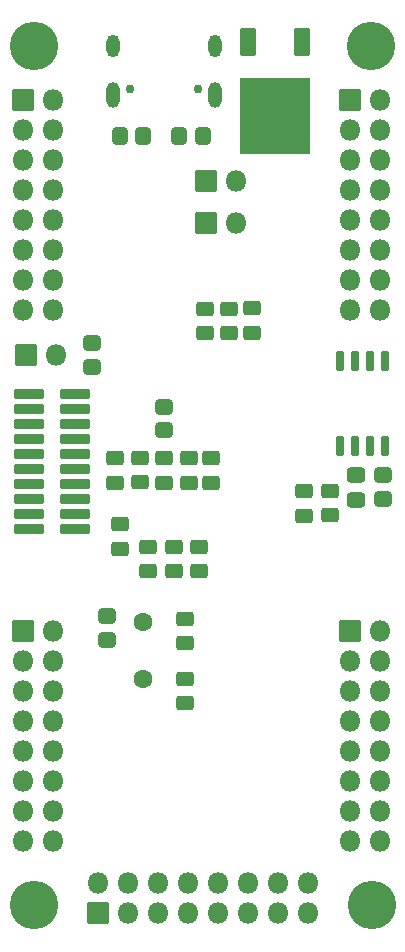
<source format=gbs>
%TF.GenerationSoftware,KiCad,Pcbnew,6.0.11+dfsg-1~bpo11+1*%
%TF.CreationDate,2023-05-10T08:43:12-04:00*%
%TF.ProjectId,proto-stm32f427,70726f74-6f2d-4737-946d-333266343237,rev?*%
%TF.SameCoordinates,Original*%
%TF.FileFunction,Soldermask,Bot*%
%TF.FilePolarity,Negative*%
%FSLAX46Y46*%
G04 Gerber Fmt 4.6, Leading zero omitted, Abs format (unit mm)*
G04 Created by KiCad (PCBNEW 6.0.11+dfsg-1~bpo11+1) date 2023-05-10 08:43:12*
%MOMM*%
%LPD*%
G01*
G04 APERTURE LIST*
G04 Aperture macros list*
%AMRoundRect*
0 Rectangle with rounded corners*
0 $1 Rounding radius*
0 $2 $3 $4 $5 $6 $7 $8 $9 X,Y pos of 4 corners*
0 Add a 4 corners polygon primitive as box body*
4,1,4,$2,$3,$4,$5,$6,$7,$8,$9,$2,$3,0*
0 Add four circle primitives for the rounded corners*
1,1,$1+$1,$2,$3*
1,1,$1+$1,$4,$5*
1,1,$1+$1,$6,$7*
1,1,$1+$1,$8,$9*
0 Add four rect primitives between the rounded corners*
20,1,$1+$1,$2,$3,$4,$5,0*
20,1,$1+$1,$4,$5,$6,$7,0*
20,1,$1+$1,$6,$7,$8,$9,0*
20,1,$1+$1,$8,$9,$2,$3,0*%
G04 Aperture macros list end*
%ADD10RoundRect,0.301000X-0.475000X0.337500X-0.475000X-0.337500X0.475000X-0.337500X0.475000X0.337500X0*%
%ADD11C,4.102000*%
%ADD12RoundRect,0.051000X-0.850000X-0.850000X0.850000X-0.850000X0.850000X0.850000X-0.850000X0.850000X0*%
%ADD13O,1.802000X1.802000*%
%ADD14RoundRect,0.051000X0.850000X-0.850000X0.850000X0.850000X-0.850000X0.850000X-0.850000X-0.850000X0*%
%ADD15C,1.602000*%
%ADD16C,0.752000*%
%ADD17O,1.102000X2.202000*%
%ADD18O,1.102000X1.902000*%
%ADD19RoundRect,0.301000X-0.450000X0.325000X-0.450000X-0.325000X0.450000X-0.325000X0.450000X0.325000X0*%
%ADD20RoundRect,0.301000X0.450000X-0.325000X0.450000X0.325000X-0.450000X0.325000X-0.450000X-0.325000X0*%
%ADD21RoundRect,0.301000X-0.450000X0.350000X-0.450000X-0.350000X0.450000X-0.350000X0.450000X0.350000X0*%
%ADD22RoundRect,0.051000X-0.600000X1.100000X-0.600000X-1.100000X0.600000X-1.100000X0.600000X1.100000X0*%
%ADD23RoundRect,0.051000X-2.900000X3.200000X-2.900000X-3.200000X2.900000X-3.200000X2.900000X3.200000X0*%
%ADD24RoundRect,0.301000X0.450000X-0.350000X0.450000X0.350000X-0.450000X0.350000X-0.450000X-0.350000X0*%
%ADD25RoundRect,0.301000X0.350000X0.450000X-0.350000X0.450000X-0.350000X-0.450000X0.350000X-0.450000X0*%
%ADD26RoundRect,0.301000X-0.350000X-0.450000X0.350000X-0.450000X0.350000X0.450000X-0.350000X0.450000X0*%
%ADD27RoundRect,0.051000X1.200000X0.370000X-1.200000X0.370000X-1.200000X-0.370000X1.200000X-0.370000X0*%
%ADD28RoundRect,0.201000X-0.150000X0.650000X-0.150000X-0.650000X0.150000X-0.650000X0.150000X0.650000X0*%
G04 APERTURE END LIST*
D10*
X154700000Y-148875000D03*
X154700000Y-146800000D03*
D11*
X156000000Y-183200000D03*
X127400000Y-183200000D03*
X127400000Y-110490000D03*
D12*
X126492000Y-160020000D03*
D13*
X129032000Y-160020000D03*
X126492000Y-162560000D03*
X129032000Y-162560000D03*
X126492000Y-165100000D03*
X129032000Y-165100000D03*
X126492000Y-167640000D03*
X129032000Y-167640000D03*
X126492000Y-170180000D03*
X129032000Y-170180000D03*
X126492000Y-172720000D03*
X129032000Y-172720000D03*
X126492000Y-175260000D03*
X129032000Y-175260000D03*
X126492000Y-177800000D03*
X129032000Y-177800000D03*
D12*
X154178000Y-115077000D03*
D13*
X156718000Y-115077000D03*
X154178000Y-117617000D03*
X156718000Y-117617000D03*
X154178000Y-120157000D03*
X156718000Y-120157000D03*
X154178000Y-122697000D03*
X156718000Y-122697000D03*
X154178000Y-125237000D03*
X156718000Y-125237000D03*
X154178000Y-127777000D03*
X156718000Y-127777000D03*
X154178000Y-130317000D03*
X156718000Y-130317000D03*
X154178000Y-132857000D03*
X156718000Y-132857000D03*
D14*
X141981000Y-121920000D03*
D13*
X144521000Y-121920000D03*
D15*
X136652000Y-159204000D03*
X136652000Y-164084000D03*
D14*
X132857000Y-183896000D03*
D13*
X132857000Y-181356000D03*
X135397000Y-183896000D03*
X135397000Y-181356000D03*
X137937000Y-183896000D03*
X137937000Y-181356000D03*
X140477000Y-183896000D03*
X140477000Y-181356000D03*
X143017000Y-183896000D03*
X143017000Y-181356000D03*
X145557000Y-183896000D03*
X145557000Y-181356000D03*
X148097000Y-183896000D03*
X148097000Y-181356000D03*
X150637000Y-183896000D03*
X150637000Y-181356000D03*
D12*
X126487000Y-115062000D03*
D13*
X129027000Y-115062000D03*
X126487000Y-117602000D03*
X129027000Y-117602000D03*
X126487000Y-120142000D03*
X129027000Y-120142000D03*
X126487000Y-122682000D03*
X129027000Y-122682000D03*
X126487000Y-125222000D03*
X129027000Y-125222000D03*
X126487000Y-127762000D03*
X129027000Y-127762000D03*
X126487000Y-130302000D03*
X129027000Y-130302000D03*
X126487000Y-132842000D03*
X129027000Y-132842000D03*
D16*
X135540000Y-114111000D03*
X141320000Y-114111000D03*
D17*
X142750000Y-114611000D03*
D18*
X142750000Y-110431000D03*
D17*
X134110000Y-114611000D03*
D18*
X134110000Y-110431000D03*
D12*
X154178000Y-160020000D03*
D13*
X156718000Y-160020000D03*
X154178000Y-162560000D03*
X156718000Y-162560000D03*
X154178000Y-165100000D03*
X156718000Y-165100000D03*
X154178000Y-167640000D03*
X156718000Y-167640000D03*
X154178000Y-170180000D03*
X156718000Y-170180000D03*
X154178000Y-172720000D03*
X156718000Y-172720000D03*
X154178000Y-175260000D03*
X156718000Y-175260000D03*
X154178000Y-177800000D03*
X156718000Y-177800000D03*
D11*
X155956000Y-110490000D03*
D14*
X141986000Y-125476000D03*
D13*
X144526000Y-125476000D03*
D14*
X126746000Y-136652000D03*
D13*
X129286000Y-136652000D03*
D19*
X150300000Y-148175000D03*
X150300000Y-150225000D03*
D20*
X140208000Y-161036000D03*
X140208000Y-158986000D03*
X141900000Y-134800000D03*
X141900000Y-132750000D03*
D19*
X139300000Y-152900000D03*
X139300000Y-154950000D03*
D20*
X141400000Y-154925000D03*
X141400000Y-152875000D03*
D19*
X145900000Y-132675000D03*
X145900000Y-134725000D03*
D20*
X140500000Y-145375000D03*
X140500000Y-147425000D03*
X142405000Y-145375000D03*
X142405000Y-147425000D03*
D19*
X143900000Y-132700000D03*
X143900000Y-134750000D03*
D20*
X138400000Y-147425000D03*
X138400000Y-145375000D03*
X134300000Y-145375000D03*
X134300000Y-147425000D03*
X136400000Y-147400000D03*
X136400000Y-145350000D03*
X134700000Y-153025000D03*
X134700000Y-150975000D03*
D21*
X133604000Y-158766000D03*
X133604000Y-160766000D03*
D22*
X145548000Y-110100000D03*
D23*
X147828000Y-116400000D03*
D22*
X150108000Y-110100000D03*
D20*
X152500000Y-150150000D03*
X152500000Y-148100000D03*
D24*
X132334000Y-137636000D03*
X132334000Y-135636000D03*
D21*
X138430000Y-141002000D03*
X138430000Y-143002000D03*
D20*
X140208000Y-166125000D03*
X140208000Y-164075000D03*
D19*
X137100000Y-152900000D03*
X137100000Y-154950000D03*
D25*
X136652000Y-118110000D03*
X134652000Y-118110000D03*
D26*
X139716000Y-118110000D03*
X141716000Y-118110000D03*
D27*
X130900000Y-139954000D03*
X127000000Y-139954000D03*
X130900000Y-141224000D03*
X127000000Y-141224000D03*
X130900000Y-142494000D03*
X127000000Y-142494000D03*
X130900000Y-143764000D03*
X127000000Y-143764000D03*
X130900000Y-145034000D03*
X127000000Y-145034000D03*
X130900000Y-146304000D03*
X127000000Y-146304000D03*
X130900000Y-147574000D03*
X127000000Y-147574000D03*
X130900000Y-148844000D03*
X127000000Y-148844000D03*
X130900000Y-150114000D03*
X127000000Y-150114000D03*
X130900000Y-151384000D03*
X127000000Y-151384000D03*
D21*
X157000000Y-146800000D03*
X157000000Y-148800000D03*
D28*
X153289000Y-144316000D03*
X154559000Y-144316000D03*
X155829000Y-144316000D03*
X157099000Y-144316000D03*
X157099000Y-137116000D03*
X155829000Y-137116000D03*
X154559000Y-137116000D03*
X153289000Y-137116000D03*
M02*

</source>
